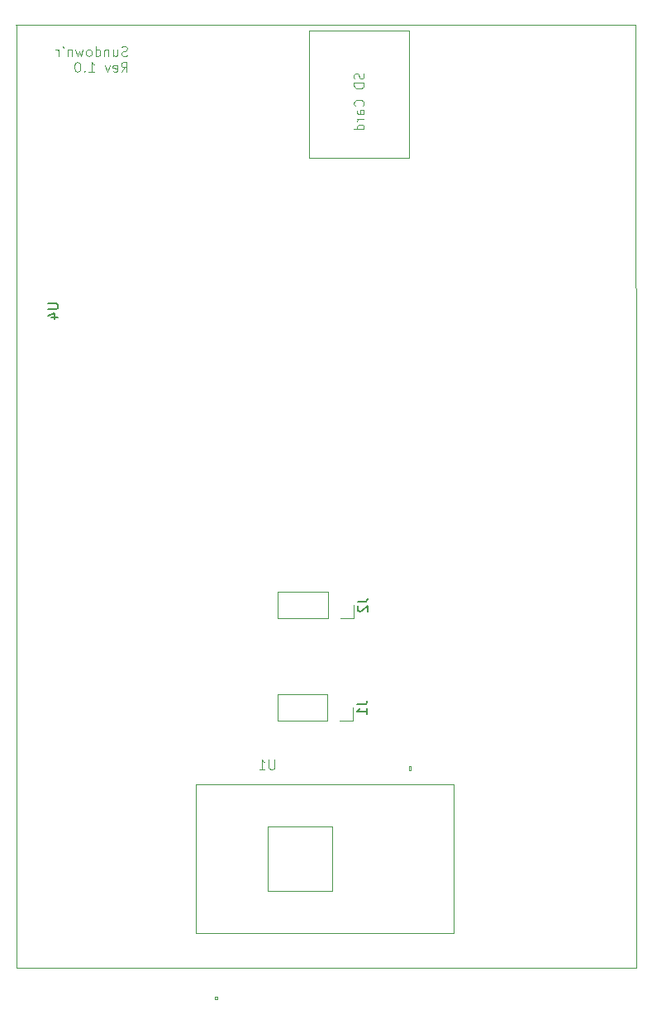
<source format=gbr>
%TF.GenerationSoftware,KiCad,Pcbnew,8.0.1-8.0.1-1~ubuntu22.04.1*%
%TF.CreationDate,2024-04-24T21:29:24+02:00*%
%TF.ProjectId,BmsMonitor,426d734d-6f6e-4697-946f-722e6b696361,rev?*%
%TF.SameCoordinates,Original*%
%TF.FileFunction,Legend,Bot*%
%TF.FilePolarity,Positive*%
%FSLAX46Y46*%
G04 Gerber Fmt 4.6, Leading zero omitted, Abs format (unit mm)*
G04 Created by KiCad (PCBNEW 8.0.1-8.0.1-1~ubuntu22.04.1) date 2024-04-24 21:29:24*
%MOMM*%
%LPD*%
G01*
G04 APERTURE LIST*
%ADD10C,0.100000*%
%ADD11C,0.150000*%
%ADD12C,0.120000*%
G04 APERTURE END LIST*
D10*
X128743734Y-34214856D02*
X128600877Y-34262475D01*
X128600877Y-34262475D02*
X128362782Y-34262475D01*
X128362782Y-34262475D02*
X128267544Y-34214856D01*
X128267544Y-34214856D02*
X128219925Y-34167236D01*
X128219925Y-34167236D02*
X128172306Y-34071998D01*
X128172306Y-34071998D02*
X128172306Y-33976760D01*
X128172306Y-33976760D02*
X128219925Y-33881522D01*
X128219925Y-33881522D02*
X128267544Y-33833903D01*
X128267544Y-33833903D02*
X128362782Y-33786284D01*
X128362782Y-33786284D02*
X128553258Y-33738665D01*
X128553258Y-33738665D02*
X128648496Y-33691046D01*
X128648496Y-33691046D02*
X128696115Y-33643427D01*
X128696115Y-33643427D02*
X128743734Y-33548189D01*
X128743734Y-33548189D02*
X128743734Y-33452951D01*
X128743734Y-33452951D02*
X128696115Y-33357713D01*
X128696115Y-33357713D02*
X128648496Y-33310094D01*
X128648496Y-33310094D02*
X128553258Y-33262475D01*
X128553258Y-33262475D02*
X128315163Y-33262475D01*
X128315163Y-33262475D02*
X128172306Y-33310094D01*
X127315163Y-33595808D02*
X127315163Y-34262475D01*
X127743734Y-33595808D02*
X127743734Y-34119617D01*
X127743734Y-34119617D02*
X127696115Y-34214856D01*
X127696115Y-34214856D02*
X127600877Y-34262475D01*
X127600877Y-34262475D02*
X127458020Y-34262475D01*
X127458020Y-34262475D02*
X127362782Y-34214856D01*
X127362782Y-34214856D02*
X127315163Y-34167236D01*
X126838972Y-33595808D02*
X126838972Y-34262475D01*
X126838972Y-33691046D02*
X126791353Y-33643427D01*
X126791353Y-33643427D02*
X126696115Y-33595808D01*
X126696115Y-33595808D02*
X126553258Y-33595808D01*
X126553258Y-33595808D02*
X126458020Y-33643427D01*
X126458020Y-33643427D02*
X126410401Y-33738665D01*
X126410401Y-33738665D02*
X126410401Y-34262475D01*
X125505639Y-34262475D02*
X125505639Y-33262475D01*
X125505639Y-34214856D02*
X125600877Y-34262475D01*
X125600877Y-34262475D02*
X125791353Y-34262475D01*
X125791353Y-34262475D02*
X125886591Y-34214856D01*
X125886591Y-34214856D02*
X125934210Y-34167236D01*
X125934210Y-34167236D02*
X125981829Y-34071998D01*
X125981829Y-34071998D02*
X125981829Y-33786284D01*
X125981829Y-33786284D02*
X125934210Y-33691046D01*
X125934210Y-33691046D02*
X125886591Y-33643427D01*
X125886591Y-33643427D02*
X125791353Y-33595808D01*
X125791353Y-33595808D02*
X125600877Y-33595808D01*
X125600877Y-33595808D02*
X125505639Y-33643427D01*
X124886591Y-34262475D02*
X124981829Y-34214856D01*
X124981829Y-34214856D02*
X125029448Y-34167236D01*
X125029448Y-34167236D02*
X125077067Y-34071998D01*
X125077067Y-34071998D02*
X125077067Y-33786284D01*
X125077067Y-33786284D02*
X125029448Y-33691046D01*
X125029448Y-33691046D02*
X124981829Y-33643427D01*
X124981829Y-33643427D02*
X124886591Y-33595808D01*
X124886591Y-33595808D02*
X124743734Y-33595808D01*
X124743734Y-33595808D02*
X124648496Y-33643427D01*
X124648496Y-33643427D02*
X124600877Y-33691046D01*
X124600877Y-33691046D02*
X124553258Y-33786284D01*
X124553258Y-33786284D02*
X124553258Y-34071998D01*
X124553258Y-34071998D02*
X124600877Y-34167236D01*
X124600877Y-34167236D02*
X124648496Y-34214856D01*
X124648496Y-34214856D02*
X124743734Y-34262475D01*
X124743734Y-34262475D02*
X124886591Y-34262475D01*
X124219924Y-33595808D02*
X124029448Y-34262475D01*
X124029448Y-34262475D02*
X123838972Y-33786284D01*
X123838972Y-33786284D02*
X123648496Y-34262475D01*
X123648496Y-34262475D02*
X123458020Y-33595808D01*
X123077067Y-33595808D02*
X123077067Y-34262475D01*
X123077067Y-33691046D02*
X123029448Y-33643427D01*
X123029448Y-33643427D02*
X122934210Y-33595808D01*
X122934210Y-33595808D02*
X122791353Y-33595808D01*
X122791353Y-33595808D02*
X122696115Y-33643427D01*
X122696115Y-33643427D02*
X122648496Y-33738665D01*
X122648496Y-33738665D02*
X122648496Y-34262475D01*
X122124686Y-33262475D02*
X122219924Y-33452951D01*
X121696115Y-34262475D02*
X121696115Y-33595808D01*
X121696115Y-33786284D02*
X121648496Y-33691046D01*
X121648496Y-33691046D02*
X121600877Y-33643427D01*
X121600877Y-33643427D02*
X121505639Y-33595808D01*
X121505639Y-33595808D02*
X121410401Y-33595808D01*
X128124687Y-35872419D02*
X128458020Y-35396228D01*
X128696115Y-35872419D02*
X128696115Y-34872419D01*
X128696115Y-34872419D02*
X128315163Y-34872419D01*
X128315163Y-34872419D02*
X128219925Y-34920038D01*
X128219925Y-34920038D02*
X128172306Y-34967657D01*
X128172306Y-34967657D02*
X128124687Y-35062895D01*
X128124687Y-35062895D02*
X128124687Y-35205752D01*
X128124687Y-35205752D02*
X128172306Y-35300990D01*
X128172306Y-35300990D02*
X128219925Y-35348609D01*
X128219925Y-35348609D02*
X128315163Y-35396228D01*
X128315163Y-35396228D02*
X128696115Y-35396228D01*
X127315163Y-35824800D02*
X127410401Y-35872419D01*
X127410401Y-35872419D02*
X127600877Y-35872419D01*
X127600877Y-35872419D02*
X127696115Y-35824800D01*
X127696115Y-35824800D02*
X127743734Y-35729561D01*
X127743734Y-35729561D02*
X127743734Y-35348609D01*
X127743734Y-35348609D02*
X127696115Y-35253371D01*
X127696115Y-35253371D02*
X127600877Y-35205752D01*
X127600877Y-35205752D02*
X127410401Y-35205752D01*
X127410401Y-35205752D02*
X127315163Y-35253371D01*
X127315163Y-35253371D02*
X127267544Y-35348609D01*
X127267544Y-35348609D02*
X127267544Y-35443847D01*
X127267544Y-35443847D02*
X127743734Y-35539085D01*
X126934210Y-35205752D02*
X126696115Y-35872419D01*
X126696115Y-35872419D02*
X126458020Y-35205752D01*
X124791353Y-35872419D02*
X125362781Y-35872419D01*
X125077067Y-35872419D02*
X125077067Y-34872419D01*
X125077067Y-34872419D02*
X125172305Y-35015276D01*
X125172305Y-35015276D02*
X125267543Y-35110514D01*
X125267543Y-35110514D02*
X125362781Y-35158133D01*
X124362781Y-35777180D02*
X124315162Y-35824800D01*
X124315162Y-35824800D02*
X124362781Y-35872419D01*
X124362781Y-35872419D02*
X124410400Y-35824800D01*
X124410400Y-35824800D02*
X124362781Y-35777180D01*
X124362781Y-35777180D02*
X124362781Y-35872419D01*
X123696115Y-34872419D02*
X123600877Y-34872419D01*
X123600877Y-34872419D02*
X123505639Y-34920038D01*
X123505639Y-34920038D02*
X123458020Y-34967657D01*
X123458020Y-34967657D02*
X123410401Y-35062895D01*
X123410401Y-35062895D02*
X123362782Y-35253371D01*
X123362782Y-35253371D02*
X123362782Y-35491466D01*
X123362782Y-35491466D02*
X123410401Y-35681942D01*
X123410401Y-35681942D02*
X123458020Y-35777180D01*
X123458020Y-35777180D02*
X123505639Y-35824800D01*
X123505639Y-35824800D02*
X123600877Y-35872419D01*
X123600877Y-35872419D02*
X123696115Y-35872419D01*
X123696115Y-35872419D02*
X123791353Y-35824800D01*
X123791353Y-35824800D02*
X123838972Y-35777180D01*
X123838972Y-35777180D02*
X123886591Y-35681942D01*
X123886591Y-35681942D02*
X123934210Y-35491466D01*
X123934210Y-35491466D02*
X123934210Y-35253371D01*
X123934210Y-35253371D02*
X123886591Y-35062895D01*
X123886591Y-35062895D02*
X123838972Y-34967657D01*
X123838972Y-34967657D02*
X123791353Y-34920038D01*
X123791353Y-34920038D02*
X123696115Y-34872419D01*
X143831904Y-106332819D02*
X143831904Y-107142342D01*
X143831904Y-107142342D02*
X143784285Y-107237580D01*
X143784285Y-107237580D02*
X143736666Y-107285200D01*
X143736666Y-107285200D02*
X143641428Y-107332819D01*
X143641428Y-107332819D02*
X143450952Y-107332819D01*
X143450952Y-107332819D02*
X143355714Y-107285200D01*
X143355714Y-107285200D02*
X143308095Y-107237580D01*
X143308095Y-107237580D02*
X143260476Y-107142342D01*
X143260476Y-107142342D02*
X143260476Y-106332819D01*
X142260476Y-107332819D02*
X142831904Y-107332819D01*
X142546190Y-107332819D02*
X142546190Y-106332819D01*
X142546190Y-106332819D02*
X142641428Y-106475676D01*
X142641428Y-106475676D02*
X142736666Y-106570914D01*
X142736666Y-106570914D02*
X142831904Y-106618533D01*
D11*
X120644819Y-59597295D02*
X121454342Y-59597295D01*
X121454342Y-59597295D02*
X121549580Y-59644914D01*
X121549580Y-59644914D02*
X121597200Y-59692533D01*
X121597200Y-59692533D02*
X121644819Y-59787771D01*
X121644819Y-59787771D02*
X121644819Y-59978247D01*
X121644819Y-59978247D02*
X121597200Y-60073485D01*
X121597200Y-60073485D02*
X121549580Y-60121104D01*
X121549580Y-60121104D02*
X121454342Y-60168723D01*
X121454342Y-60168723D02*
X120644819Y-60168723D01*
X120978152Y-61073485D02*
X121644819Y-61073485D01*
X120597200Y-60835390D02*
X121311485Y-60597295D01*
X121311485Y-60597295D02*
X121311485Y-61216342D01*
D10*
X152942600Y-36028265D02*
X152990219Y-36171122D01*
X152990219Y-36171122D02*
X152990219Y-36409217D01*
X152990219Y-36409217D02*
X152942600Y-36504455D01*
X152942600Y-36504455D02*
X152894980Y-36552074D01*
X152894980Y-36552074D02*
X152799742Y-36599693D01*
X152799742Y-36599693D02*
X152704504Y-36599693D01*
X152704504Y-36599693D02*
X152609266Y-36552074D01*
X152609266Y-36552074D02*
X152561647Y-36504455D01*
X152561647Y-36504455D02*
X152514028Y-36409217D01*
X152514028Y-36409217D02*
X152466409Y-36218741D01*
X152466409Y-36218741D02*
X152418790Y-36123503D01*
X152418790Y-36123503D02*
X152371171Y-36075884D01*
X152371171Y-36075884D02*
X152275933Y-36028265D01*
X152275933Y-36028265D02*
X152180695Y-36028265D01*
X152180695Y-36028265D02*
X152085457Y-36075884D01*
X152085457Y-36075884D02*
X152037838Y-36123503D01*
X152037838Y-36123503D02*
X151990219Y-36218741D01*
X151990219Y-36218741D02*
X151990219Y-36456836D01*
X151990219Y-36456836D02*
X152037838Y-36599693D01*
X152990219Y-37028265D02*
X151990219Y-37028265D01*
X151990219Y-37028265D02*
X151990219Y-37266360D01*
X151990219Y-37266360D02*
X152037838Y-37409217D01*
X152037838Y-37409217D02*
X152133076Y-37504455D01*
X152133076Y-37504455D02*
X152228314Y-37552074D01*
X152228314Y-37552074D02*
X152418790Y-37599693D01*
X152418790Y-37599693D02*
X152561647Y-37599693D01*
X152561647Y-37599693D02*
X152752123Y-37552074D01*
X152752123Y-37552074D02*
X152847361Y-37504455D01*
X152847361Y-37504455D02*
X152942600Y-37409217D01*
X152942600Y-37409217D02*
X152990219Y-37266360D01*
X152990219Y-37266360D02*
X152990219Y-37028265D01*
X152894980Y-39361598D02*
X152942600Y-39313979D01*
X152942600Y-39313979D02*
X152990219Y-39171122D01*
X152990219Y-39171122D02*
X152990219Y-39075884D01*
X152990219Y-39075884D02*
X152942600Y-38933027D01*
X152942600Y-38933027D02*
X152847361Y-38837789D01*
X152847361Y-38837789D02*
X152752123Y-38790170D01*
X152752123Y-38790170D02*
X152561647Y-38742551D01*
X152561647Y-38742551D02*
X152418790Y-38742551D01*
X152418790Y-38742551D02*
X152228314Y-38790170D01*
X152228314Y-38790170D02*
X152133076Y-38837789D01*
X152133076Y-38837789D02*
X152037838Y-38933027D01*
X152037838Y-38933027D02*
X151990219Y-39075884D01*
X151990219Y-39075884D02*
X151990219Y-39171122D01*
X151990219Y-39171122D02*
X152037838Y-39313979D01*
X152037838Y-39313979D02*
X152085457Y-39361598D01*
X152990219Y-40218741D02*
X152466409Y-40218741D01*
X152466409Y-40218741D02*
X152371171Y-40171122D01*
X152371171Y-40171122D02*
X152323552Y-40075884D01*
X152323552Y-40075884D02*
X152323552Y-39885408D01*
X152323552Y-39885408D02*
X152371171Y-39790170D01*
X152942600Y-40218741D02*
X152990219Y-40123503D01*
X152990219Y-40123503D02*
X152990219Y-39885408D01*
X152990219Y-39885408D02*
X152942600Y-39790170D01*
X152942600Y-39790170D02*
X152847361Y-39742551D01*
X152847361Y-39742551D02*
X152752123Y-39742551D01*
X152752123Y-39742551D02*
X152656885Y-39790170D01*
X152656885Y-39790170D02*
X152609266Y-39885408D01*
X152609266Y-39885408D02*
X152609266Y-40123503D01*
X152609266Y-40123503D02*
X152561647Y-40218741D01*
X152990219Y-40694932D02*
X152323552Y-40694932D01*
X152514028Y-40694932D02*
X152418790Y-40742551D01*
X152418790Y-40742551D02*
X152371171Y-40790170D01*
X152371171Y-40790170D02*
X152323552Y-40885408D01*
X152323552Y-40885408D02*
X152323552Y-40980646D01*
X152990219Y-41742551D02*
X151990219Y-41742551D01*
X152942600Y-41742551D02*
X152990219Y-41647313D01*
X152990219Y-41647313D02*
X152990219Y-41456837D01*
X152990219Y-41456837D02*
X152942600Y-41361599D01*
X152942600Y-41361599D02*
X152894980Y-41313980D01*
X152894980Y-41313980D02*
X152799742Y-41266361D01*
X152799742Y-41266361D02*
X152514028Y-41266361D01*
X152514028Y-41266361D02*
X152418790Y-41313980D01*
X152418790Y-41313980D02*
X152371171Y-41361599D01*
X152371171Y-41361599D02*
X152323552Y-41456837D01*
X152323552Y-41456837D02*
X152323552Y-41647313D01*
X152323552Y-41647313D02*
X152371171Y-41742551D01*
D11*
X152364819Y-90166666D02*
X153079104Y-90166666D01*
X153079104Y-90166666D02*
X153221961Y-90119047D01*
X153221961Y-90119047D02*
X153317200Y-90023809D01*
X153317200Y-90023809D02*
X153364819Y-89880952D01*
X153364819Y-89880952D02*
X153364819Y-89785714D01*
X152460057Y-90595238D02*
X152412438Y-90642857D01*
X152412438Y-90642857D02*
X152364819Y-90738095D01*
X152364819Y-90738095D02*
X152364819Y-90976190D01*
X152364819Y-90976190D02*
X152412438Y-91071428D01*
X152412438Y-91071428D02*
X152460057Y-91119047D01*
X152460057Y-91119047D02*
X152555295Y-91166666D01*
X152555295Y-91166666D02*
X152650533Y-91166666D01*
X152650533Y-91166666D02*
X152793390Y-91119047D01*
X152793390Y-91119047D02*
X153364819Y-90547619D01*
X153364819Y-90547619D02*
X153364819Y-91166666D01*
X152324819Y-100666666D02*
X153039104Y-100666666D01*
X153039104Y-100666666D02*
X153181961Y-100619047D01*
X153181961Y-100619047D02*
X153277200Y-100523809D01*
X153277200Y-100523809D02*
X153324819Y-100380952D01*
X153324819Y-100380952D02*
X153324819Y-100285714D01*
X153324819Y-101666666D02*
X153324819Y-101095238D01*
X153324819Y-101380952D02*
X152324819Y-101380952D01*
X152324819Y-101380952D02*
X152467676Y-101285714D01*
X152467676Y-101285714D02*
X152562914Y-101190476D01*
X152562914Y-101190476D02*
X152610533Y-101095238D01*
%TO.C,U1*%
D10*
X135792000Y-124120000D02*
X162182600Y-124120000D01*
X162182600Y-108880000D01*
X135792000Y-108880000D01*
X135792000Y-124120000D01*
X137747800Y-130876400D02*
X137951000Y-130876400D01*
X137951000Y-130597000D01*
X137747800Y-130597000D01*
X137747800Y-130876400D01*
X143183400Y-119802000D02*
X149762000Y-119802000D01*
X149762000Y-113223400D01*
X143183400Y-113223400D01*
X143183400Y-119802000D01*
X157661400Y-107457600D02*
X157813800Y-107457600D01*
X157813800Y-106975000D01*
X157661400Y-106975000D01*
X157661400Y-107457600D01*
%TO.C,U4*%
X117380000Y-31174600D02*
X117380000Y-127694600D01*
X117380000Y-127694600D02*
X180905400Y-127694600D01*
X180829200Y-31060300D02*
X117354600Y-31060300D01*
X180880000Y-84514600D02*
X180854600Y-31174600D01*
X180880000Y-99780000D02*
X180880000Y-84514600D01*
X180905400Y-127694600D02*
X180880000Y-99780000D01*
X157664400Y-44662000D02*
X147402800Y-44662000D01*
X147402800Y-31682600D01*
X157664400Y-31682600D01*
X157664400Y-44662000D01*
D12*
%TO.C,J2*%
X144170000Y-89170000D02*
X144170000Y-91830000D01*
X144170000Y-89170000D02*
X149310000Y-89170000D01*
X144170000Y-91830000D02*
X149310000Y-91830000D01*
X149310000Y-89170000D02*
X149310000Y-91830000D01*
X151910000Y-90500000D02*
X151910000Y-91830000D01*
X151910000Y-91830000D02*
X150580000Y-91830000D01*
%TO.C,J1*%
X144130000Y-99670000D02*
X144130000Y-102330000D01*
X144130000Y-99670000D02*
X149270000Y-99670000D01*
X144130000Y-102330000D02*
X149270000Y-102330000D01*
X149270000Y-99670000D02*
X149270000Y-102330000D01*
X151870000Y-101000000D02*
X151870000Y-102330000D01*
X151870000Y-102330000D02*
X150540000Y-102330000D01*
%TD*%
M02*

</source>
